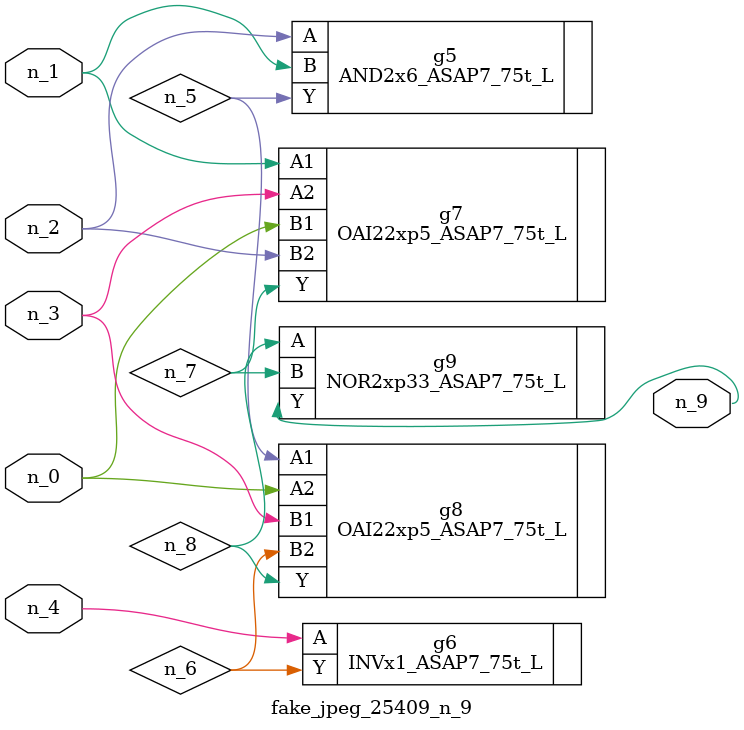
<source format=v>
module fake_jpeg_25409_n_9 (n_3, n_2, n_1, n_0, n_4, n_9);

input n_3;
input n_2;
input n_1;
input n_0;
input n_4;

output n_9;

wire n_8;
wire n_6;
wire n_5;
wire n_7;

AND2x6_ASAP7_75t_L g5 ( 
.A(n_2),
.B(n_1),
.Y(n_5)
);

INVx1_ASAP7_75t_L g6 ( 
.A(n_4),
.Y(n_6)
);

OAI22xp5_ASAP7_75t_L g7 ( 
.A1(n_1),
.A2(n_3),
.B1(n_0),
.B2(n_2),
.Y(n_7)
);

OAI22xp5_ASAP7_75t_L g8 ( 
.A1(n_5),
.A2(n_0),
.B1(n_3),
.B2(n_6),
.Y(n_8)
);

NOR2xp33_ASAP7_75t_L g9 ( 
.A(n_8),
.B(n_7),
.Y(n_9)
);


endmodule
</source>
